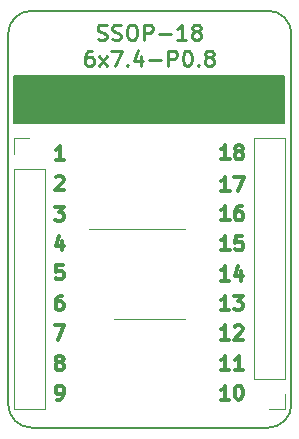
<source format=gbr>
G04 #@! TF.GenerationSoftware,KiCad,Pcbnew,5.1.4-e60b266~84~ubuntu19.04.1*
G04 #@! TF.CreationDate,2019-08-10T11:02:08+03:00*
G04 #@! TF.ProjectId,BRK-SSOP-18-6x7.4-P0.8,42524b2d-5353-44f5-902d-31382d367837,v1.1*
G04 #@! TF.SameCoordinates,Original*
G04 #@! TF.FileFunction,Legend,Top*
G04 #@! TF.FilePolarity,Positive*
%FSLAX46Y46*%
G04 Gerber Fmt 4.6, Leading zero omitted, Abs format (unit mm)*
G04 Created by KiCad (PCBNEW 5.1.4-e60b266~84~ubuntu19.04.1) date 2019-08-10 11:02:08*
%MOMM*%
%LPD*%
G04 APERTURE LIST*
%ADD10C,0.300000*%
%ADD11C,0.150000*%
%ADD12C,0.250000*%
%ADD13C,0.120000*%
G04 APERTURE END LIST*
D10*
X55137857Y-80942857D02*
X55366428Y-80942857D01*
X55480714Y-80885714D01*
X55537857Y-80828571D01*
X55652142Y-80657142D01*
X55709285Y-80428571D01*
X55709285Y-79971428D01*
X55652142Y-79857142D01*
X55595000Y-79800000D01*
X55480714Y-79742857D01*
X55252142Y-79742857D01*
X55137857Y-79800000D01*
X55080714Y-79857142D01*
X55023571Y-79971428D01*
X55023571Y-80257142D01*
X55080714Y-80371428D01*
X55137857Y-80428571D01*
X55252142Y-80485714D01*
X55480714Y-80485714D01*
X55595000Y-80428571D01*
X55652142Y-80371428D01*
X55709285Y-80257142D01*
X55252142Y-77757142D02*
X55137857Y-77700000D01*
X55080714Y-77642857D01*
X55023571Y-77528571D01*
X55023571Y-77471428D01*
X55080714Y-77357142D01*
X55137857Y-77300000D01*
X55252142Y-77242857D01*
X55480714Y-77242857D01*
X55595000Y-77300000D01*
X55652142Y-77357142D01*
X55709285Y-77471428D01*
X55709285Y-77528571D01*
X55652142Y-77642857D01*
X55595000Y-77700000D01*
X55480714Y-77757142D01*
X55252142Y-77757142D01*
X55137857Y-77814285D01*
X55080714Y-77871428D01*
X55023571Y-77985714D01*
X55023571Y-78214285D01*
X55080714Y-78328571D01*
X55137857Y-78385714D01*
X55252142Y-78442857D01*
X55480714Y-78442857D01*
X55595000Y-78385714D01*
X55652142Y-78328571D01*
X55709285Y-78214285D01*
X55709285Y-77985714D01*
X55652142Y-77871428D01*
X55595000Y-77814285D01*
X55480714Y-77757142D01*
X54966428Y-74642857D02*
X55766428Y-74642857D01*
X55252142Y-75842857D01*
X55595000Y-72142857D02*
X55366428Y-72142857D01*
X55252142Y-72200000D01*
X55195000Y-72257142D01*
X55080714Y-72428571D01*
X55023571Y-72657142D01*
X55023571Y-73114285D01*
X55080714Y-73228571D01*
X55137857Y-73285714D01*
X55252142Y-73342857D01*
X55480714Y-73342857D01*
X55595000Y-73285714D01*
X55652142Y-73228571D01*
X55709285Y-73114285D01*
X55709285Y-72828571D01*
X55652142Y-72714285D01*
X55595000Y-72657142D01*
X55480714Y-72600000D01*
X55252142Y-72600000D01*
X55137857Y-72657142D01*
X55080714Y-72714285D01*
X55023571Y-72828571D01*
X55652142Y-69542857D02*
X55080714Y-69542857D01*
X55023571Y-70114285D01*
X55080714Y-70057142D01*
X55195000Y-70000000D01*
X55480714Y-70000000D01*
X55595000Y-70057142D01*
X55652142Y-70114285D01*
X55709285Y-70228571D01*
X55709285Y-70514285D01*
X55652142Y-70628571D01*
X55595000Y-70685714D01*
X55480714Y-70742857D01*
X55195000Y-70742857D01*
X55080714Y-70685714D01*
X55023571Y-70628571D01*
X69733571Y-80942857D02*
X69047857Y-80942857D01*
X69390714Y-80942857D02*
X69390714Y-79742857D01*
X69276428Y-79914285D01*
X69162142Y-80028571D01*
X69047857Y-80085714D01*
X70476428Y-79742857D02*
X70590714Y-79742857D01*
X70705000Y-79800000D01*
X70762142Y-79857142D01*
X70819285Y-79971428D01*
X70876428Y-80200000D01*
X70876428Y-80485714D01*
X70819285Y-80714285D01*
X70762142Y-80828571D01*
X70705000Y-80885714D01*
X70590714Y-80942857D01*
X70476428Y-80942857D01*
X70362142Y-80885714D01*
X70305000Y-80828571D01*
X70247857Y-80714285D01*
X70190714Y-80485714D01*
X70190714Y-80200000D01*
X70247857Y-79971428D01*
X70305000Y-79857142D01*
X70362142Y-79800000D01*
X70476428Y-79742857D01*
X69733571Y-78442857D02*
X69047857Y-78442857D01*
X69390714Y-78442857D02*
X69390714Y-77242857D01*
X69276428Y-77414285D01*
X69162142Y-77528571D01*
X69047857Y-77585714D01*
X70876428Y-78442857D02*
X70190714Y-78442857D01*
X70533571Y-78442857D02*
X70533571Y-77242857D01*
X70419285Y-77414285D01*
X70305000Y-77528571D01*
X70190714Y-77585714D01*
X69733571Y-75842857D02*
X69047857Y-75842857D01*
X69390714Y-75842857D02*
X69390714Y-74642857D01*
X69276428Y-74814285D01*
X69162142Y-74928571D01*
X69047857Y-74985714D01*
X70190714Y-74757142D02*
X70247857Y-74700000D01*
X70362142Y-74642857D01*
X70647857Y-74642857D01*
X70762142Y-74700000D01*
X70819285Y-74757142D01*
X70876428Y-74871428D01*
X70876428Y-74985714D01*
X70819285Y-75157142D01*
X70133571Y-75842857D01*
X70876428Y-75842857D01*
X69733571Y-73342857D02*
X69047857Y-73342857D01*
X69390714Y-73342857D02*
X69390714Y-72142857D01*
X69276428Y-72314285D01*
X69162142Y-72428571D01*
X69047857Y-72485714D01*
X70133571Y-72142857D02*
X70876428Y-72142857D01*
X70476428Y-72600000D01*
X70647857Y-72600000D01*
X70762142Y-72657142D01*
X70819285Y-72714285D01*
X70876428Y-72828571D01*
X70876428Y-73114285D01*
X70819285Y-73228571D01*
X70762142Y-73285714D01*
X70647857Y-73342857D01*
X70305000Y-73342857D01*
X70190714Y-73285714D01*
X70133571Y-73228571D01*
X69733571Y-70842857D02*
X69047857Y-70842857D01*
X69390714Y-70842857D02*
X69390714Y-69642857D01*
X69276428Y-69814285D01*
X69162142Y-69928571D01*
X69047857Y-69985714D01*
X70762142Y-70042857D02*
X70762142Y-70842857D01*
X70476428Y-69585714D02*
X70190714Y-70442857D01*
X70933571Y-70442857D01*
X55595000Y-67492857D02*
X55595000Y-68292857D01*
X55309285Y-67035714D02*
X55023571Y-67892857D01*
X55766428Y-67892857D01*
X69753571Y-68292857D02*
X69067857Y-68292857D01*
X69410714Y-68292857D02*
X69410714Y-67092857D01*
X69296428Y-67264285D01*
X69182142Y-67378571D01*
X69067857Y-67435714D01*
X70839285Y-67092857D02*
X70267857Y-67092857D01*
X70210714Y-67664285D01*
X70267857Y-67607142D01*
X70382142Y-67550000D01*
X70667857Y-67550000D01*
X70782142Y-67607142D01*
X70839285Y-67664285D01*
X70896428Y-67778571D01*
X70896428Y-68064285D01*
X70839285Y-68178571D01*
X70782142Y-68235714D01*
X70667857Y-68292857D01*
X70382142Y-68292857D01*
X70267857Y-68235714D01*
X70210714Y-68178571D01*
D11*
X53000000Y-83300000D02*
G75*
G02X51000000Y-81300000I0J2000000D01*
G01*
X75000000Y-81300000D02*
G75*
G02X73000000Y-83300000I-2000000J0D01*
G01*
X73000000Y-48000000D02*
G75*
G02X75000000Y-50000000I0J-2000000D01*
G01*
X51000000Y-50000000D02*
G75*
G02X53000000Y-48000000I2000000J0D01*
G01*
D10*
X69753571Y-65742857D02*
X69067857Y-65742857D01*
X69410714Y-65742857D02*
X69410714Y-64542857D01*
X69296428Y-64714285D01*
X69182142Y-64828571D01*
X69067857Y-64885714D01*
X70782142Y-64542857D02*
X70553571Y-64542857D01*
X70439285Y-64600000D01*
X70382142Y-64657142D01*
X70267857Y-64828571D01*
X70210714Y-65057142D01*
X70210714Y-65514285D01*
X70267857Y-65628571D01*
X70325000Y-65685714D01*
X70439285Y-65742857D01*
X70667857Y-65742857D01*
X70782142Y-65685714D01*
X70839285Y-65628571D01*
X70896428Y-65514285D01*
X70896428Y-65228571D01*
X70839285Y-65114285D01*
X70782142Y-65057142D01*
X70667857Y-65000000D01*
X70439285Y-65000000D01*
X70325000Y-65057142D01*
X70267857Y-65114285D01*
X70210714Y-65228571D01*
X69753571Y-63242857D02*
X69067857Y-63242857D01*
X69410714Y-63242857D02*
X69410714Y-62042857D01*
X69296428Y-62214285D01*
X69182142Y-62328571D01*
X69067857Y-62385714D01*
X70153571Y-62042857D02*
X70953571Y-62042857D01*
X70439285Y-63242857D01*
X69753571Y-60592857D02*
X69067857Y-60592857D01*
X69410714Y-60592857D02*
X69410714Y-59392857D01*
X69296428Y-59564285D01*
X69182142Y-59678571D01*
X69067857Y-59735714D01*
X70439285Y-59907142D02*
X70325000Y-59850000D01*
X70267857Y-59792857D01*
X70210714Y-59678571D01*
X70210714Y-59621428D01*
X70267857Y-59507142D01*
X70325000Y-59450000D01*
X70439285Y-59392857D01*
X70667857Y-59392857D01*
X70782142Y-59450000D01*
X70839285Y-59507142D01*
X70896428Y-59621428D01*
X70896428Y-59678571D01*
X70839285Y-59792857D01*
X70782142Y-59850000D01*
X70667857Y-59907142D01*
X70439285Y-59907142D01*
X70325000Y-59964285D01*
X70267857Y-60021428D01*
X70210714Y-60135714D01*
X70210714Y-60364285D01*
X70267857Y-60478571D01*
X70325000Y-60535714D01*
X70439285Y-60592857D01*
X70667857Y-60592857D01*
X70782142Y-60535714D01*
X70839285Y-60478571D01*
X70896428Y-60364285D01*
X70896428Y-60135714D01*
X70839285Y-60021428D01*
X70782142Y-59964285D01*
X70667857Y-59907142D01*
X54966428Y-64592857D02*
X55709285Y-64592857D01*
X55309285Y-65050000D01*
X55480714Y-65050000D01*
X55595000Y-65107142D01*
X55652142Y-65164285D01*
X55709285Y-65278571D01*
X55709285Y-65564285D01*
X55652142Y-65678571D01*
X55595000Y-65735714D01*
X55480714Y-65792857D01*
X55137857Y-65792857D01*
X55023571Y-65735714D01*
X54966428Y-65678571D01*
X55023571Y-62107142D02*
X55080714Y-62050000D01*
X55195000Y-61992857D01*
X55480714Y-61992857D01*
X55595000Y-62050000D01*
X55652142Y-62107142D01*
X55709285Y-62221428D01*
X55709285Y-62335714D01*
X55652142Y-62507142D01*
X54966428Y-63192857D01*
X55709285Y-63192857D01*
X55709285Y-60642857D02*
X55023571Y-60642857D01*
X55366428Y-60642857D02*
X55366428Y-59442857D01*
X55252142Y-59614285D01*
X55137857Y-59728571D01*
X55023571Y-59785714D01*
D11*
X73000000Y-83300000D02*
X53000000Y-83300000D01*
G36*
X74400000Y-57500000D02*
G01*
X51500000Y-57500000D01*
X51500000Y-53500000D01*
X74400000Y-53500000D01*
X74400000Y-57500000D01*
G37*
X74400000Y-57500000D02*
X51500000Y-57500000D01*
X51500000Y-53500000D01*
X74400000Y-53500000D01*
X74400000Y-57500000D01*
X75000000Y-50000000D02*
X75000000Y-81300000D01*
D12*
X58595714Y-50426190D02*
X58781428Y-50488095D01*
X59090952Y-50488095D01*
X59214761Y-50426190D01*
X59276666Y-50364285D01*
X59338571Y-50240476D01*
X59338571Y-50116666D01*
X59276666Y-49992857D01*
X59214761Y-49930952D01*
X59090952Y-49869047D01*
X58843333Y-49807142D01*
X58719523Y-49745238D01*
X58657619Y-49683333D01*
X58595714Y-49559523D01*
X58595714Y-49435714D01*
X58657619Y-49311904D01*
X58719523Y-49250000D01*
X58843333Y-49188095D01*
X59152857Y-49188095D01*
X59338571Y-49250000D01*
X59833809Y-50426190D02*
X60019523Y-50488095D01*
X60329047Y-50488095D01*
X60452857Y-50426190D01*
X60514761Y-50364285D01*
X60576666Y-50240476D01*
X60576666Y-50116666D01*
X60514761Y-49992857D01*
X60452857Y-49930952D01*
X60329047Y-49869047D01*
X60081428Y-49807142D01*
X59957619Y-49745238D01*
X59895714Y-49683333D01*
X59833809Y-49559523D01*
X59833809Y-49435714D01*
X59895714Y-49311904D01*
X59957619Y-49250000D01*
X60081428Y-49188095D01*
X60390952Y-49188095D01*
X60576666Y-49250000D01*
X61381428Y-49188095D02*
X61629047Y-49188095D01*
X61752857Y-49250000D01*
X61876666Y-49373809D01*
X61938571Y-49621428D01*
X61938571Y-50054761D01*
X61876666Y-50302380D01*
X61752857Y-50426190D01*
X61629047Y-50488095D01*
X61381428Y-50488095D01*
X61257619Y-50426190D01*
X61133809Y-50302380D01*
X61071904Y-50054761D01*
X61071904Y-49621428D01*
X61133809Y-49373809D01*
X61257619Y-49250000D01*
X61381428Y-49188095D01*
X62495714Y-50488095D02*
X62495714Y-49188095D01*
X62990952Y-49188095D01*
X63114761Y-49250000D01*
X63176666Y-49311904D01*
X63238571Y-49435714D01*
X63238571Y-49621428D01*
X63176666Y-49745238D01*
X63114761Y-49807142D01*
X62990952Y-49869047D01*
X62495714Y-49869047D01*
X63795714Y-49992857D02*
X64786190Y-49992857D01*
X66086190Y-50488095D02*
X65343333Y-50488095D01*
X65714761Y-50488095D02*
X65714761Y-49188095D01*
X65590952Y-49373809D01*
X65467142Y-49497619D01*
X65343333Y-49559523D01*
X66829047Y-49745238D02*
X66705238Y-49683333D01*
X66643333Y-49621428D01*
X66581428Y-49497619D01*
X66581428Y-49435714D01*
X66643333Y-49311904D01*
X66705238Y-49250000D01*
X66829047Y-49188095D01*
X67076666Y-49188095D01*
X67200476Y-49250000D01*
X67262380Y-49311904D01*
X67324285Y-49435714D01*
X67324285Y-49497619D01*
X67262380Y-49621428D01*
X67200476Y-49683333D01*
X67076666Y-49745238D01*
X66829047Y-49745238D01*
X66705238Y-49807142D01*
X66643333Y-49869047D01*
X66581428Y-49992857D01*
X66581428Y-50240476D01*
X66643333Y-50364285D01*
X66705238Y-50426190D01*
X66829047Y-50488095D01*
X67076666Y-50488095D01*
X67200476Y-50426190D01*
X67262380Y-50364285D01*
X67324285Y-50240476D01*
X67324285Y-49992857D01*
X67262380Y-49869047D01*
X67200476Y-49807142D01*
X67076666Y-49745238D01*
X58131428Y-51388095D02*
X57883809Y-51388095D01*
X57760000Y-51450000D01*
X57698095Y-51511904D01*
X57574285Y-51697619D01*
X57512380Y-51945238D01*
X57512380Y-52440476D01*
X57574285Y-52564285D01*
X57636190Y-52626190D01*
X57760000Y-52688095D01*
X58007619Y-52688095D01*
X58131428Y-52626190D01*
X58193333Y-52564285D01*
X58255238Y-52440476D01*
X58255238Y-52130952D01*
X58193333Y-52007142D01*
X58131428Y-51945238D01*
X58007619Y-51883333D01*
X57760000Y-51883333D01*
X57636190Y-51945238D01*
X57574285Y-52007142D01*
X57512380Y-52130952D01*
X58688571Y-52688095D02*
X59369523Y-51821428D01*
X58688571Y-51821428D02*
X59369523Y-52688095D01*
X59740952Y-51388095D02*
X60607619Y-51388095D01*
X60050476Y-52688095D01*
X61102857Y-52564285D02*
X61164761Y-52626190D01*
X61102857Y-52688095D01*
X61040952Y-52626190D01*
X61102857Y-52564285D01*
X61102857Y-52688095D01*
X62279047Y-51821428D02*
X62279047Y-52688095D01*
X61969523Y-51326190D02*
X61660000Y-52254761D01*
X62464761Y-52254761D01*
X62960000Y-52192857D02*
X63950476Y-52192857D01*
X64569523Y-52688095D02*
X64569523Y-51388095D01*
X65064761Y-51388095D01*
X65188571Y-51450000D01*
X65250476Y-51511904D01*
X65312380Y-51635714D01*
X65312380Y-51821428D01*
X65250476Y-51945238D01*
X65188571Y-52007142D01*
X65064761Y-52069047D01*
X64569523Y-52069047D01*
X66117142Y-51388095D02*
X66240952Y-51388095D01*
X66364761Y-51450000D01*
X66426666Y-51511904D01*
X66488571Y-51635714D01*
X66550476Y-51883333D01*
X66550476Y-52192857D01*
X66488571Y-52440476D01*
X66426666Y-52564285D01*
X66364761Y-52626190D01*
X66240952Y-52688095D01*
X66117142Y-52688095D01*
X65993333Y-52626190D01*
X65931428Y-52564285D01*
X65869523Y-52440476D01*
X65807619Y-52192857D01*
X65807619Y-51883333D01*
X65869523Y-51635714D01*
X65931428Y-51511904D01*
X65993333Y-51450000D01*
X66117142Y-51388095D01*
X67107619Y-52564285D02*
X67169523Y-52626190D01*
X67107619Y-52688095D01*
X67045714Y-52626190D01*
X67107619Y-52564285D01*
X67107619Y-52688095D01*
X67912380Y-51945238D02*
X67788571Y-51883333D01*
X67726666Y-51821428D01*
X67664761Y-51697619D01*
X67664761Y-51635714D01*
X67726666Y-51511904D01*
X67788571Y-51450000D01*
X67912380Y-51388095D01*
X68160000Y-51388095D01*
X68283809Y-51450000D01*
X68345714Y-51511904D01*
X68407619Y-51635714D01*
X68407619Y-51697619D01*
X68345714Y-51821428D01*
X68283809Y-51883333D01*
X68160000Y-51945238D01*
X67912380Y-51945238D01*
X67788571Y-52007142D01*
X67726666Y-52069047D01*
X67664761Y-52192857D01*
X67664761Y-52440476D01*
X67726666Y-52564285D01*
X67788571Y-52626190D01*
X67912380Y-52688095D01*
X68160000Y-52688095D01*
X68283809Y-52626190D01*
X68345714Y-52564285D01*
X68407619Y-52440476D01*
X68407619Y-52192857D01*
X68345714Y-52069047D01*
X68283809Y-52007142D01*
X68160000Y-51945238D01*
D11*
X53000000Y-48000000D02*
X73000000Y-48000000D01*
X51000000Y-81300000D02*
X51000000Y-50000000D01*
D13*
X74450000Y-81750000D02*
X73120000Y-81750000D01*
X74450000Y-80420000D02*
X74450000Y-81750000D01*
X74450000Y-79150000D02*
X71790000Y-79150000D01*
X71790000Y-79150000D02*
X71790000Y-58770000D01*
X74450000Y-79150000D02*
X74450000Y-58770000D01*
X74450000Y-58770000D02*
X71790000Y-58770000D01*
X51470000Y-81750000D02*
X54130000Y-81750000D01*
X51470000Y-61370000D02*
X51470000Y-81750000D01*
X54130000Y-61370000D02*
X54130000Y-81750000D01*
X51470000Y-61370000D02*
X54130000Y-61370000D01*
X51470000Y-60100000D02*
X51470000Y-58770000D01*
X51470000Y-58770000D02*
X52800000Y-58770000D01*
X62960000Y-74070000D02*
X65960000Y-74070000D01*
X62960000Y-74070000D02*
X59960000Y-74070000D01*
X62960000Y-66450000D02*
X65960000Y-66450000D01*
X62960000Y-66450000D02*
X57860000Y-66450000D01*
M02*

</source>
